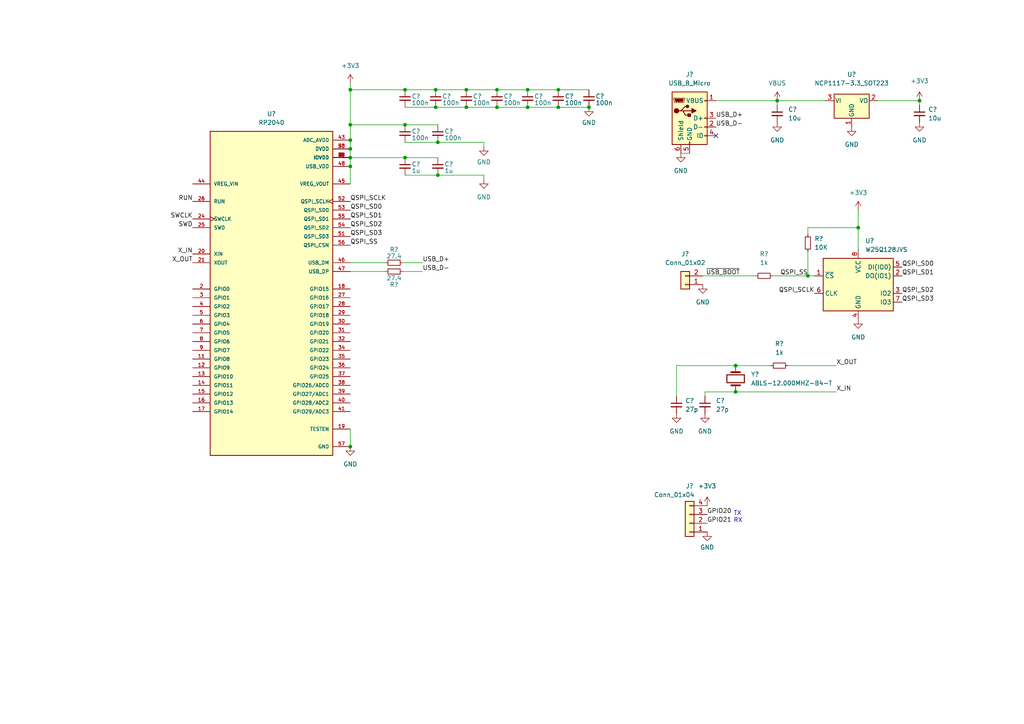
<source format=kicad_sch>
(kicad_sch (version 20211123) (generator eeschema)
  (paper "A4")
  (lib_symbols
    (symbol "Connector:USB_B_Micro" (pin_names (offset 1.016))
      (property "Reference" "J" (at -5.08 11.43 0))
      (property "Value" "USB_B_Micro" (at -5.08 8.89 0))
      (symbol "USB_B_Micro_0_1"
        (rectangle (start -5.08 -7.62) (end 5.08 7.62) (stroke (width 0.254)) (fill (type background)))
        (circle (center -3.81 2.159) (radius 0.635) (stroke (width 0.254)) (fill (type outline)))
        (circle (center -0.635 3.429) (radius 0.381) (stroke (width 0.254)) (fill (type outline)))
        (rectangle (start -0.127 -7.62) (end 0.127 -6.858))
        (polyline (pts (xy -1.905 2.159) (xy 0.635 2.159)) (stroke (width 0.254)))
        (polyline (pts (xy -3.175 2.159) (xy -2.54 2.159) (xy -1.27 3.429) (xy -0.635 3.429)) (stroke (width 0.254)))
        (polyline (pts (xy -2.54 2.159) (xy -1.905 2.159) (xy -1.27 0.889) (xy 0 0.889)) (stroke (width 0.254)))
        (polyline (pts (xy 0.635 2.794) (xy 0.635 1.524) (xy 1.905 2.159) (xy 0.635 2.794)) (stroke (width 0.254)) (fill (type outline)))
        (polyline (pts (xy -4.318 5.588) (xy -1.778 5.588) (xy -2.032 4.826) (xy -4.064 4.826) (xy -4.318 5.588)) (fill (type outline)))
        (polyline (pts (xy -4.699 5.842) (xy -4.699 5.588) (xy -4.445 4.826) (xy -4.445 4.572) (xy -1.651 4.572) (xy -1.651 4.826) (xy -1.397 5.588) (xy -1.397 5.842) (xy -4.699 5.842)))
        (rectangle (start 0.254 1.27) (end -0.508 0.508) (stroke (width 0.254)) (fill (type outline)))
        (rectangle (start 5.08 -5.207) (end 4.318 -4.953))
        (rectangle (start 5.08 -2.667) (end 4.318 -2.413))
        (rectangle (start 5.08 -0.127) (end 4.318 0.127))
        (rectangle (start 5.08 4.953) (end 4.318 5.207))
      )
      (symbol "USB_B_Micro_1_1"
        (pin power_out line (at 7.62 5.08 180) (length 2.54) (name "VBUS") (number "1"))
        (pin bidirectional line (at 7.62 -2.54 180) (length 2.54) (name "D-") (number "2"))
        (pin bidirectional line (at 7.62 0 180) (length 2.54) (name "D+") (number "3"))
        (pin passive line (at 7.62 -5.08 180) (length 2.54) (name "ID") (number "4"))
        (pin power_out line (at 0 -10.16 90) (length 2.54) (name "GND") (number "5"))
        (pin passive line (at -2.54 -10.16 90) (length 2.54) (name "Shield") (number "6"))
      )
    )
    (symbol "Connector_Generic:Conn_01x02" (pin_names (offset 1.016) hide)
      (property "Reference" "J" (at 0 2.54 0))
      (property "Value" "Conn_01x02" (at 0 -5.08 0))
      (symbol "Conn_01x02_1_1"
        (rectangle (start -1.27 -2.413) (end 0 -2.667) (stroke (width 0.1524)))
        (rectangle (start -1.27 0.127) (end 0 -0.127) (stroke (width 0.1524)))
        (rectangle (start -1.27 1.27) (end 1.27 -3.81) (stroke (width 0.254)) (fill (type background)))
        (pin passive line (at -5.08 0 0) (length 3.81) (name "Pin_1") (number "1"))
        (pin passive line (at -5.08 -2.54 0) (length 3.81) (name "Pin_2") (number "2"))
      )
    )
    (symbol "Connector_Generic:Conn_01x04" (pin_names (offset 1.016) hide)
      (property "Reference" "J" (at 0 5.08 0))
      (property "Value" "Conn_01x04" (at 0 -7.62 0))
      (symbol "Conn_01x04_1_1"
        (rectangle (start -1.27 -4.953) (end 0 -5.207) (stroke (width 0.1524)))
        (rectangle (start -1.27 -2.413) (end 0 -2.667) (stroke (width 0.1524)))
        (rectangle (start -1.27 0.127) (end 0 -0.127) (stroke (width 0.1524)))
        (rectangle (start -1.27 2.667) (end 0 2.413) (stroke (width 0.1524)))
        (rectangle (start -1.27 3.81) (end 1.27 -6.35) (stroke (width 0.254)) (fill (type background)))
        (pin passive line (at -5.08 2.54 0) (length 3.81) (name "Pin_1") (number "1"))
        (pin passive line (at -5.08 0 0) (length 3.81) (name "Pin_2") (number "2"))
        (pin passive line (at -5.08 -2.54 0) (length 3.81) (name "Pin_3") (number "3"))
        (pin passive line (at -5.08 -5.08 0) (length 3.81) (name "Pin_4") (number "4"))
      )
    )
    (symbol "Device:C_Small" (pin_numbers hide) (pin_names (offset 0.254) hide)
      (property "Reference" "C" (at 0.254 1.778 0))
      (property "Value" "C_Small" (at 0.254 -2.032 0))
      (symbol "C_Small_0_1"
        (polyline (pts (xy -1.524 -0.508) (xy 1.524 -0.508)) (stroke (width 0.3302)))
        (polyline (pts (xy -1.524 0.508) (xy 1.524 0.508)) (stroke (width 0.3048)))
      )
      (symbol "C_Small_1_1"
        (pin passive line (at 0 2.54 270) (length 2.032) (name "~") (number "1"))
        (pin passive line (at 0 -2.54 90) (length 2.032) (name "~") (number "2"))
      )
    )
    (symbol "Device:Crystal" (pin_numbers hide) (pin_names (offset 1.016) hide)
      (property "Reference" "Y" (at 0 3.81 0))
      (property "Value" "Crystal" (at 0 -3.81 0))
      (symbol "Crystal_0_1"
        (rectangle (start -1.143 2.54) (end 1.143 -2.54) (stroke (width 0.3048)))
        (polyline (pts (xy -2.54 0) (xy -1.905 0)))
        (polyline (pts (xy -1.905 -1.27) (xy -1.905 1.27)) (stroke (width 0.508)))
        (polyline (pts (xy 1.905 -1.27) (xy 1.905 1.27)) (stroke (width 0.508)))
        (polyline (pts (xy 2.54 0) (xy 1.905 0)))
      )
      (symbol "Crystal_1_1"
        (pin passive line (at -3.81 0 0) (length 1.27) (name "1") (number "1"))
        (pin passive line (at 3.81 0 180) (length 1.27) (name "2") (number "2"))
      )
    )
    (symbol "Device:R_Small" (pin_numbers hide) (pin_names (offset 0.254) hide)
      (property "Reference" "R" (at 0.762 0.508 0))
      (property "Value" "R_Small" (at 0.762 -1.016 0))
      (symbol "R_Small_0_1"
        (rectangle (start -0.762 1.778) (end 0.762 -1.778) (stroke (width 0.2032)))
      )
      (symbol "R_Small_1_1"
        (pin passive line (at 0 2.54 270) (length 0.762) (name "~") (number "1"))
        (pin passive line (at 0 -2.54 90) (length 0.762) (name "~") (number "2"))
      )
    )
    (symbol "Memory_Flash:W25Q128JVS"
      (property "Reference" "U" (at -8.89 8.89 0))
      (property "Value" "W25Q128JVS" (at 7.62 8.89 0))
      (symbol "W25Q128JVS_0_1"
        (rectangle (start -10.16 7.62) (end 10.16 -7.62) (stroke (width 0.254)) (fill (type background)))
      )
      (symbol "W25Q128JVS_1_1"
        (pin input line (at -12.7 2.54 0) (length 2.54) (name "~{CS}") (number "1"))
        (pin bidirectional line (at 12.7 2.54 180) (length 2.54) (name "DO(IO1)") (number "2"))
        (pin bidirectional line (at 12.7 -2.54 180) (length 2.54) (name "IO2") (number "3"))
        (pin power_in line (at 0 -10.16 90) (length 2.54) (name "GND") (number "4"))
        (pin bidirectional line (at 12.7 5.08 180) (length 2.54) (name "DI(IO0)") (number "5"))
        (pin input line (at -12.7 -2.54 0) (length 2.54) (name "CLK") (number "6"))
        (pin bidirectional line (at 12.7 -5.08 180) (length 2.54) (name "IO3") (number "7"))
        (pin power_in line (at 0 10.16 270) (length 2.54) (name "VCC") (number "8"))
      )
    )
    (symbol "PolyuRobotics:RP2040" (pin_names (offset 1.016))
      (property "Reference" "U" (at -17.78 50.8 0))
      (property "Value" "RP2040" (at -17.78 -48.26 0))
      (symbol "RP2040_0_0"
        (rectangle (start -17.78 -45.72) (end 17.78 48.26) (stroke (width 0.254)) (fill (type background)))
        (pin power_in line (at 22.86 40.64 180) (length 5.08) (name "IOVDD") (number "1"))
        (pin power_in line (at 22.86 40.64 180) (length 5.08) (name "IOVDD") (number "10"))
        (pin bidirectional line (at -22.86 -17.78 0) (length 5.08) (name "GPIO8") (number "11"))
        (pin bidirectional line (at -22.86 -20.32 0) (length 5.08) (name "GPIO9") (number "12"))
        (pin bidirectional line (at -22.86 -22.86 0) (length 5.08) (name "GPIO10") (number "13"))
        (pin bidirectional line (at -22.86 -25.4 0) (length 5.08) (name "GPIO11") (number "14"))
        (pin bidirectional line (at -22.86 -27.94 0) (length 5.08) (name "GPIO12") (number "15"))
        (pin bidirectional line (at -22.86 -30.48 0) (length 5.08) (name "GPIO13") (number "16"))
        (pin bidirectional line (at -22.86 -33.02 0) (length 5.08) (name "GPIO14") (number "17"))
        (pin bidirectional line (at 22.86 2.54 180) (length 5.08) (name "GPIO15") (number "18"))
        (pin passive line (at 22.86 -38.1 180) (length 5.08) (name "TESTEN") (number "19"))
        (pin bidirectional line (at -22.86 2.54 0) (length 5.08) (name "GPIO0") (number "2"))
        (pin input line (at -22.86 12.7 0) (length 5.08) (name "XIN") (number "20"))
        (pin output line (at -22.86 10.16 0) (length 5.08) (name "XOUT") (number "21"))
        (pin power_in line (at 22.86 40.64 180) (length 5.08) (name "IOVDD") (number "22"))
        (pin power_in line (at 22.86 43.18 180) (length 5.08) (name "DVDD") (number "23"))
        (pin input clock (at -22.86 22.86 0) (length 5.08) (name "SWCLK") (number "24"))
        (pin bidirectional line (at -22.86 20.32 0) (length 5.08) (name "SWD") (number "25"))
        (pin input line (at -22.86 27.94 0) (length 5.08) (name "RUN") (number "26"))
        (pin bidirectional line (at 22.86 0 180) (length 5.08) (name "GPIO16") (number "27"))
        (pin bidirectional line (at 22.86 -2.54 180) (length 5.08) (name "GPIO17") (number "28"))
        (pin bidirectional line (at 22.86 -5.08 180) (length 5.08) (name "GPIO18") (number "29"))
        (pin bidirectional line (at -22.86 0 0) (length 5.08) (name "GPIO1") (number "3"))
        (pin bidirectional line (at 22.86 -7.62 180) (length 5.08) (name "GPIO19") (number "30"))
        (pin bidirectional line (at 22.86 -10.16 180) (length 5.08) (name "GPIO20") (number "31"))
        (pin bidirectional line (at 22.86 -12.7 180) (length 5.08) (name "GPIO21") (number "32"))
        (pin power_in line (at 22.86 40.64 180) (length 5.08) (name "IOVDD") (number "33"))
        (pin bidirectional line (at 22.86 -15.24 180) (length 5.08) (name "GPIO22") (number "34"))
        (pin bidirectional line (at 22.86 -17.78 180) (length 5.08) (name "GPIO23") (number "35"))
        (pin bidirectional line (at 22.86 -20.32 180) (length 5.08) (name "GPIO24") (number "36"))
        (pin bidirectional line (at 22.86 -22.86 180) (length 5.08) (name "GPIO25") (number "37"))
        (pin bidirectional line (at 22.86 -25.4 180) (length 5.08) (name "GPIO26/ADC0") (number "38"))
        (pin bidirectional line (at 22.86 -27.94 180) (length 5.08) (name "GPIO27/ADC1") (number "39"))
        (pin bidirectional line (at -22.86 -2.54 0) (length 5.08) (name "GPIO2") (number "4"))
        (pin bidirectional line (at 22.86 -30.48 180) (length 5.08) (name "GPIO28/ADC2") (number "40"))
        (pin bidirectional line (at 22.86 -33.02 180) (length 5.08) (name "GPIO29/ADC3") (number "41"))
        (pin power_in line (at 22.86 40.64 180) (length 5.08) (name "IOVDD") (number "42"))
        (pin power_in line (at 22.86 45.72 180) (length 5.08) (name "ADC_AVDD") (number "43"))
        (pin input line (at -22.86 33.02 0) (length 5.08) (name "VREG_VIN") (number "44"))
        (pin output line (at 22.86 33.02 180) (length 5.08) (name "VREG_VOUT") (number "45"))
        (pin bidirectional line (at 22.86 10.16 180) (length 5.08) (name "USB_DM") (number "46"))
        (pin bidirectional line (at 22.86 7.62 180) (length 5.08) (name "USB_DP") (number "47"))
        (pin power_in line (at 22.86 38.1 180) (length 5.08) (name "USB_VDD") (number "48"))
        (pin power_in line (at 22.86 40.64 180) (length 5.08) (name "IOVDD") (number "49"))
        (pin bidirectional line (at -22.86 -5.08 0) (length 5.08) (name "GPIO3") (number "5"))
        (pin power_in line (at 22.86 43.18 180) (length 5.08) (name "DVDD") (number "50"))
        (pin bidirectional line (at 22.86 17.78 180) (length 5.08) (name "QSPI_SD3") (number "51"))
        (pin bidirectional clock (at 22.86 27.94 180) (length 5.08) (name "QSPI_SCLK") (number "52"))
        (pin bidirectional line (at 22.86 25.4 180) (length 5.08) (name "QSPI_SD0") (number "53"))
        (pin bidirectional line (at 22.86 20.32 180) (length 5.08) (name "QSPI_SD2") (number "54"))
        (pin bidirectional line (at 22.86 22.86 180) (length 5.08) (name "QSPI_SD1") (number "55"))
        (pin bidirectional line (at 22.86 15.24 180) (length 5.08) (name "QSPI_CSN") (number "56"))
        (pin power_in line (at 22.86 -43.18 180) (length 5.08) (name "GND") (number "57"))
        (pin bidirectional line (at -22.86 -7.62 0) (length 5.08) (name "GPIO4") (number "6"))
        (pin bidirectional line (at -22.86 -10.16 0) (length 5.08) (name "GPIO5") (number "7"))
        (pin bidirectional line (at -22.86 -12.7 0) (length 5.08) (name "GPIO6") (number "8"))
        (pin bidirectional line (at -22.86 -15.24 0) (length 5.08) (name "GPIO7") (number "9"))
      )
    )
    (symbol "Regulator_Linear:NCP1117-3.3_SOT223" (pin_names (offset 0.254))
      (property "Reference" "U" (at -3.81 3.175 0))
      (property "Value" "NCP1117-3.3_SOT223" (at 0 3.175 0))
      (symbol "NCP1117-3.3_SOT223_0_1"
        (rectangle (start -5.08 -5.08) (end 5.08 1.905) (stroke (width 0.254)) (fill (type background)))
      )
      (symbol "NCP1117-3.3_SOT223_1_1"
        (pin power_in line (at 0 -7.62 90) (length 2.54) (name "GND") (number "1"))
        (pin power_out line (at 7.62 0 180) (length 2.54) (name "VO") (number "2"))
        (pin power_in line (at -7.62 0 0) (length 2.54) (name "VI") (number "3"))
      )
    )
    (symbol "power:+3.3V" (power) (pin_names (offset 0))
      (property "Value" "+3.3V" (at 0 3.556 0))
      (symbol "+3.3V_0_1"
        (polyline (pts (xy -0.762 1.27) (xy 0 2.54)))
        (polyline (pts (xy 0 0) (xy 0 2.54)))
        (polyline (pts (xy 0 2.54) (xy 0.762 1.27)))
      )
      (symbol "+3.3V_1_1"
        (pin power_in line (at 0 0 90) (length 0) hide (name "+3V3") (number "1"))
      )
    )
    (symbol "power:GND" (power) (pin_names (offset 0))
      (property "Value" "GND" (at 0 -3.81 0))
      (symbol "GND_0_1"
        (polyline (pts (xy 0 0) (xy 0 -1.27) (xy 1.27 -1.27) (xy 0 -2.54) (xy -1.27 -1.27) (xy 0 -1.27)))
      )
      (symbol "GND_1_1"
        (pin power_in line (at 0 0 270) (length 0) hide (name "GND") (number "1"))
      )
    )
    (symbol "power:VBUS" (power) (pin_names (offset 0))
      (property "Value" "VBUS" (at 0 3.81 0))
      (symbol "VBUS_0_1"
        (polyline (pts (xy -0.762 1.27) (xy 0 2.54)))
        (polyline (pts (xy 0 0) (xy 0 2.54)))
        (polyline (pts (xy 0 2.54) (xy 0.762 1.27)))
      )
      (symbol "VBUS_1_1"
        (pin power_in line (at 0 0 90) (length 0) hide (name "VBUS") (number "1"))
      )
    )
  )
  (junction (at 101.6 45.72))
  (junction (at 153.035 26.035))
  (junction (at 144.145 31.115))
  (junction (at 101.6 26.035))
  (junction (at 135.255 26.035))
  (junction (at 234.315 80.01))
  (junction (at 266.7 29.21))
  (junction (at 161.925 26.035))
  (junction (at 101.6 129.54))
  (junction (at 117.475 45.72))
  (junction (at 135.255 31.115))
  (junction (at 248.92 66.04))
  (junction (at 101.6 36.195))
  (junction (at 127 50.8))
  (junction (at 213.36 113.665))
  (junction (at 101.6 48.26))
  (junction (at 153.035 31.115))
  (junction (at 126.365 31.115))
  (junction (at 101.6 40.64))
  (junction (at 117.475 26.035))
  (junction (at 161.925 31.115))
  (junction (at 101.6 43.18))
  (junction (at 170.815 31.115))
  (junction (at 127 41.275))
  (junction (at 126.365 26.035))
  (junction (at 225.425 29.21))
  (junction (at 144.145 26.035))
  (junction (at 213.36 106.045))
  (junction (at 117.475 36.195))
  (no_connect (at 207.645 39.37))
  (wire (pts (xy 144.145 26.035) (xy 153.035 26.035)))
  (wire (pts (xy 196.215 106.045) (xy 213.36 106.045)))
  (wire (pts (xy 228.6 106.045) (xy 242.57 106.045)))
  (wire (pts (xy 144.145 31.115) (xy 153.035 31.115)))
  (wire (pts (xy 161.925 31.115) (xy 170.815 31.115)))
  (wire (pts (xy 126.365 26.035) (xy 135.255 26.035)))
  (wire (pts (xy 196.215 114.935) (xy 196.215 106.045)))
  (wire (pts (xy 117.475 41.275) (xy 127 41.275)))
  (wire (pts (xy 153.035 26.035) (xy 161.925 26.035)))
  (wire (pts (xy 254.635 29.21) (xy 266.7 29.21)))
  (wire (pts (xy 203.835 80.01) (xy 219.075 80.01)))
  (wire (pts (xy 248.92 60.96) (xy 248.92 66.04)))
  (wire (pts (xy 140.335 42.545) (xy 140.335 41.275)))
  (wire (pts (xy 101.6 36.195) (xy 117.475 36.195)))
  (wire (pts (xy 234.315 80.01) (xy 236.22 80.01)))
  (wire (pts (xy 101.6 24.13) (xy 101.6 26.035)))
  (wire (pts (xy 234.315 73.025) (xy 234.315 80.01)))
  (wire (pts (xy 225.425 29.21) (xy 225.425 30.48)))
  (wire (pts (xy 225.425 29.21) (xy 239.395 29.21)))
  (wire (pts (xy 204.47 114.935) (xy 204.47 113.665)))
  (wire (pts (xy 101.6 124.46) (xy 101.6 129.54)))
  (wire (pts (xy 101.6 78.74) (xy 111.76 78.74)))
  (wire (pts (xy 101.6 26.035) (xy 117.475 26.035)))
  (wire (pts (xy 126.365 31.115) (xy 135.255 31.115)))
  (wire (pts (xy 127 41.275) (xy 140.335 41.275)))
  (wire (pts (xy 117.475 31.115) (xy 126.365 31.115)))
  (wire (pts (xy 101.6 26.035) (xy 101.6 36.195)))
  (wire (pts (xy 207.645 29.21) (xy 225.425 29.21)))
  (wire (pts (xy 101.6 48.26) (xy 101.6 53.34)))
  (wire (pts (xy 117.475 45.72) (xy 127 45.72)))
  (wire (pts (xy 117.475 50.8) (xy 127 50.8)))
  (wire (pts (xy 153.035 31.115) (xy 161.925 31.115)))
  (wire (pts (xy 117.475 26.035) (xy 126.365 26.035)))
  (wire (pts (xy 101.6 43.18) (xy 101.6 45.72)))
  (wire (pts (xy 266.7 29.21) (xy 266.7 30.48)))
  (wire (pts (xy 101.6 45.72) (xy 117.475 45.72)))
  (wire (pts (xy 117.475 36.195) (xy 127 36.195)))
  (wire (pts (xy 116.84 78.74) (xy 122.555 78.74)))
  (wire (pts (xy 101.6 45.72) (xy 101.6 48.26)))
  (wire (pts (xy 135.255 31.115) (xy 144.145 31.115)))
  (wire (pts (xy 224.155 80.01) (xy 234.315 80.01)))
  (wire (pts (xy 101.6 76.2) (xy 111.76 76.2)))
  (wire (pts (xy 161.925 26.035) (xy 170.815 26.035)))
  (wire (pts (xy 234.315 66.04) (xy 248.92 66.04)))
  (wire (pts (xy 101.6 40.64) (xy 101.6 43.18)))
  (wire (pts (xy 127 50.8) (xy 140.335 50.8)))
  (wire (pts (xy 213.36 113.665) (xy 242.57 113.665)))
  (wire (pts (xy 116.84 76.2) (xy 122.555 76.2)))
  (wire (pts (xy 248.92 66.04) (xy 248.92 72.39)))
  (wire (pts (xy 204.47 113.665) (xy 213.36 113.665)))
  (wire (pts (xy 197.485 44.45) (xy 200.025 44.45)))
  (wire (pts (xy 101.6 36.195) (xy 101.6 40.64)))
  (wire (pts (xy 213.36 106.045) (xy 223.52 106.045)))
  (wire (pts (xy 135.255 26.035) (xy 144.145 26.035)))
  (wire (pts (xy 234.315 67.945) (xy 234.315 66.04)))
  (wire (pts (xy 140.335 50.8) (xy 140.335 52.07)))
  (text "TX\nRX\n" (at 212.725 151.765 0) (effects (font (size 1.27 1.27)) (justify left bottom)))
  (label "SWD" (at 55.88 66.04 180))
  (label "X_IN" (at 55.88 73.66 180))
  (label "X_IN" (at 242.57 113.665 0))
  (label "QSPI_SCLK" (at 236.22 85.09 180))
  (label "RUN" (at 55.88 58.42 180))
  (label "USB_D+" (at 207.645 34.29 0))
  (label "GPIO21" (at 205.105 151.765 0))
  (label "QSPI_SD2" (at 261.62 85.09 0))
  (label "USB_D-" (at 207.645 36.83 0))
  (label "QSPI_SD3" (at 261.62 87.63 0))
  (label "GPIO20" (at 205.105 149.225 0))
  (label "QSPI_SCLK" (at 101.6 58.42 0))
  (label "X_OUT" (at 55.88 76.2 180))
  (label "QSPI_SD1" (at 261.62 80.01 0))
  (label "QSPI_SD0" (at 261.62 77.47 0))
  (label "QSPI_SS" (at 234.315 80.01 180))
  (label "QSPI_SD0" (at 101.6 60.96 0))
  (label "USB_D+" (at 122.555 76.2 0))
  (label "USB_D-" (at 122.555 78.74 0))
  (label "QSPI_SD1" (at 101.6 63.5 0))
  (label "QSPI_SD3" (at 101.6 68.58 0))
  (label "SWCLK" (at 55.88 63.5 180))
  (label "QSPI_SD2" (at 101.6 66.04 0))
  (label "QSPI_SS" (at 101.6 71.12 0))
  (label "~{USB_BOOT}" (at 214.63 80.01 180))
  (label "X_OUT" (at 242.57 106.045 0))
  (symbol (lib_id "power:+3.3V") (at 101.6 24.13 0) (unit 1)
    (property "Reference" "#PWR?" (effects hide))
    (property "Value" "+3.3V" (at 101.6 19.05 0))
  )
  (symbol (lib_id "Device:C_Small") (at 117.475 48.26 0) (unit 1)
    (property "Reference" "C?" (at 119.38 47.625 0) (effects (justify left)))
    (property "Value" "1u" (at 119.38 49.53 0) (effects (justify left)))
  )
  (symbol (lib_id "Device:C_Small") (at 196.215 117.475 0) (unit 1)
    (property "Reference" "C?" (at 198.755 116.2112 0) (effects (justify left)))
    (property "Value" "27p" (at 198.755 118.7512 0) (effects (justify left)))
  )
  (symbol (lib_id "Device:C_Small") (at 204.47 117.475 0) (unit 1)
    (property "Reference" "C?" (at 207.645 116.2112 0) (effects (justify left)))
    (property "Value" "27p" (at 207.645 118.7512 0) (effects (justify left)))
  )
  (symbol (lib_id "Device:R_Small") (at 114.3 76.2 90) (unit 1)
    (property "Reference" "R?" (at 114.3 72.39 90))
    (property "Value" "27.4" (at 114.3 74.295 90))
  )
  (symbol (lib_id "Device:C_Small") (at 127 38.735 0) (unit 1)
    (property "Reference" "C?" (at 128.905 38.1 0) (effects (justify left)))
    (property "Value" "100n" (at 128.905 40.005 0) (effects (justify left)))
  )
  (symbol (lib_id "power:GND") (at 248.92 92.71 0) (unit 1)
    (property "Reference" "#PWR?" (effects hide))
    (property "Value" "GND" (at 248.92 97.79 0))
  )
  (symbol (lib_id "Device:C_Small") (at 153.035 28.575 0) (unit 1)
    (property "Reference" "C?" (at 154.94 27.94 0) (effects (justify left)))
    (property "Value" "100n" (at 154.94 29.845 0) (effects (justify left)))
  )
  (symbol (lib_id "power:GND") (at 205.105 154.305 0) (unit 1)
    (property "Reference" "#PWR?" (effects hide))
    (property "Value" "GND" (at 205.105 158.75 0))
  )
  (symbol (lib_id "power:VBUS") (at 225.425 29.21 0) (unit 1)
    (property "Reference" "#PWR?" (effects hide))
    (property "Value" "VBUS" (at 225.425 24.13 0))
  )
  (symbol (lib_id "Device:C_Small") (at 161.925 28.575 0) (unit 1)
    (property "Reference" "C?" (at 163.83 27.94 0) (effects (justify left)))
    (property "Value" "100n" (at 163.83 29.845 0) (effects (justify left)))
  )
  (symbol (lib_id "Device:C_Small") (at 144.145 28.575 0) (unit 1)
    (property "Reference" "C?" (at 146.05 27.94 0) (effects (justify left)))
    (property "Value" "100n" (at 146.05 29.845 0) (effects (justify left)))
  )
  (symbol (lib_id "power:GND") (at 140.335 42.545 0) (unit 1)
    (property "Reference" "#PWR?" (effects hide))
    (property "Value" "GND" (at 140.335 46.99 0))
  )
  (symbol (lib_id "power:GND") (at 225.425 35.56 0) (unit 1)
    (property "Reference" "#PWR?" (effects hide))
    (property "Value" "GND" (at 225.425 40.64 0))
  )
  (symbol (lib_id "Device:R_Small") (at 226.06 106.045 90) (unit 1)
    (property "Reference" "R?" (at 226.06 99.695 90))
    (property "Value" "1k" (at 226.06 102.235 90))
  )
  (symbol (lib_id "Device:C_Small") (at 127 48.26 0) (unit 1)
    (property "Reference" "C?" (at 128.905 47.625 0) (effects (justify left)))
    (property "Value" "1u" (at 128.905 49.53 0) (effects (justify left)))
  )
  (symbol (lib_id "power:GND") (at 247.015 36.83 0) (unit 1)
    (property "Reference" "#PWR?" (effects hide))
    (property "Value" "GND" (at 247.015 41.91 0))
  )
  (symbol (lib_id "Device:Crystal") (at 213.36 109.855 90) (unit 1)
    (property "Reference" "Y?" (at 217.805 108.5849 90) (effects (justify right)))
    (property "Value" "ABLS-12.000MHZ-B4-T" (at 217.805 111.1249 90) (effects (justify right)))
  )
  (symbol (lib_id "PolyuRobotics:RP2040") (at 78.74 86.36 0) (unit 1)
    (property "Reference" "U?" (at 78.74 33.02 0))
    (property "Value" "RP2040" (at 78.74 35.56 0))
    (property "Footprint" "PolyuRobotics:QFN40P700X700X90-57N" (effects hide))
    (property "STANDARD" "IPC 7351B" (effects hide))
    (property "MANUFACTURER" "Raspberry Pi" (effects hide))
    (property "PARTREV" "1.6.1" (effects hide))
    (property "MAXIMUM_PACKAGE_HEIGHT" "0.9 mm" (effects hide))
  )
  (symbol (lib_id "power:GND") (at 197.485 44.45 0) (unit 1)
    (property "Reference" "#PWR?" (effects hide))
    (property "Value" "GND" (at 197.485 49.53 0))
  )
  (symbol (lib_id "Device:C_Small") (at 170.815 28.575 0) (unit 1)
    (property "Reference" "C?" (at 172.72 27.94 0) (effects (justify left)))
    (property "Value" "100n" (at 172.72 29.845 0) (effects (justify left)))
  )
  (symbol (lib_id "power:GND") (at 101.6 129.54 0) (unit 1)
    (property "Reference" "#PWR?" (effects hide))
    (property "Value" "GND" (at 101.6 134.62 0))
  )
  (symbol (lib_id "Device:C_Small") (at 126.365 28.575 0) (unit 1)
    (property "Reference" "C?" (at 128.27 27.94 0) (effects (justify left)))
    (property "Value" "100n" (at 128.27 29.845 0) (effects (justify left)))
  )
  (symbol (lib_id "Device:R_Small") (at 234.315 70.485 0) (unit 1)
    (property "Reference" "R?" (at 236.22 69.2149 0) (effects (justify left)))
    (property "Value" "10K" (at 236.22 71.7549 0) (effects (justify left)))
  )
  (symbol (lib_id "Regulator_Linear:NCP1117-3.3_SOT223") (at 247.015 29.21 0) (unit 1)
    (property "Reference" "U?" (at 247.015 21.59 0))
    (property "Value" "NCP1117-3.3_SOT223" (at 247.015 24.13 0))
    (property "Footprint" "Package_TO_SOT_SMD:SOT-223-3_TabPin2" (effects hide))
    (property "Datasheet" "http://www.onsemi.com/pub_link/Collateral/NCP1117-D.PDF" (effects hide))
  )
  (symbol (lib_id "power:+3.3V") (at 266.7 29.21 0) (unit 1)
    (property "Reference" "#PWR?" (effects hide))
    (property "Value" "+3.3V" (at 266.7 23.495 0))
  )
  (symbol (lib_id "power:GND") (at 140.335 52.07 0) (unit 1)
    (property "Reference" "#PWR?" (effects hide))
    (property "Value" "GND" (at 140.335 57.15 0))
  )
  (symbol (lib_id "Device:C_Small") (at 225.425 33.02 0) (unit 1)
    (property "Reference" "C?" (at 228.6 31.7562 0) (effects (justify left)))
    (property "Value" "10u" (at 228.6 34.2962 0) (effects (justify left)))
  )
  (symbol (lib_id "Connector_Generic:Conn_01x02") (at 198.755 82.55 180) (unit 1)
    (property "Reference" "J?" (at 198.755 73.66 0))
    (property "Value" "Conn_01x02" (at 198.755 76.2 0))
  )
  (symbol (lib_id "Device:C_Small") (at 266.7 33.02 0) (unit 1)
    (property "Reference" "C?" (at 269.24 31.7562 0) (effects (justify left)))
    (property "Value" "10u" (at 269.24 34.2962 0) (effects (justify left)))
  )
  (symbol (lib_id "Device:C_Small") (at 117.475 28.575 0) (unit 1)
    (property "Reference" "C?" (at 119.38 27.94 0) (effects (justify left)))
    (property "Value" "100n" (at 119.38 29.845 0) (effects (justify left)))
  )
  (symbol (lib_id "Device:C_Small") (at 117.475 38.735 0) (unit 1)
    (property "Reference" "C?" (at 119.38 38.1 0) (effects (justify left)))
    (property "Value" "100n" (at 119.38 40.005 0) (effects (justify left)))
  )
  (symbol (lib_id "power:GND") (at 203.835 82.55 0) (unit 1)
    (property "Reference" "#PWR?" (effects hide))
    (property "Value" "GND" (at 203.835 87.63 0))
  )
  (symbol (lib_id "power:GND") (at 266.7 35.56 0) (unit 1)
    (property "Reference" "#PWR?" (effects hide))
    (property "Value" "GND" (at 266.7 40.64 0))
  )
  (symbol (lib_id "power:+3.3V") (at 205.105 146.685 0) (unit 1)
    (property "Reference" "#PWR?" (effects hide))
    (property "Value" "+3.3V" (at 205.105 140.97 0))
  )
  (symbol (lib_id "Memory_Flash:W25Q128JVS") (at 248.92 82.55 0) (unit 1)
    (property "Reference" "U?" (at 250.9394 69.85 0) (effects (justify left)))
    (property "Value" "W25Q128JVS" (at 250.9394 72.39 0) (effects (justify left)))
    (property "Footprint" "Package_SO:SOIC-8_5.23x5.23mm_P1.27mm" (effects hide))
    (property "Datasheet" "http://www.winbond.com/resource-files/w25q128jv_dtr%20revc%2003272018%20plus.pdf" (effects hide))
  )
  (symbol (lib_id "Connector:USB_B_Micro") (at 200.025 34.29 0) (unit 1)
    (property "Reference" "J?" (at 200.025 21.59 0))
    (property "Value" "USB_B_Micro" (at 200.025 24.13 0))
  )
  (symbol (lib_id "power:GND") (at 204.47 120.015 0) (unit 1)
    (property "Reference" "#PWR?" (effects hide))
    (property "Value" "GND" (at 204.47 125.095 0))
  )
  (symbol (lib_id "Device:R_Small") (at 114.3 78.74 90) (unit 1)
    (property "Reference" "R?" (at 114.3 82.55 90))
    (property "Value" "27.4" (at 114.3 80.645 90))
  )
  (symbol (lib_id "Device:R_Small") (at 221.615 80.01 90) (unit 1)
    (property "Reference" "R?" (at 221.615 73.66 90))
    (property "Value" "1k" (at 221.615 76.2 90))
  )
  (symbol (lib_id "power:GND") (at 196.215 120.015 0) (unit 1)
    (property "Reference" "#PWR?" (effects hide))
    (property "Value" "GND" (at 196.215 125.095 0))
  )
  (symbol (lib_id "power:GND") (at 170.815 31.115 0) (unit 1)
    (property "Reference" "#PWR?" (effects hide))
    (property "Value" "GND" (at 170.815 35.56 0))
  )
  (symbol (lib_id "power:+3.3V") (at 248.92 60.96 0) (unit 1)
    (property "Reference" "#PWR?" (effects hide))
    (property "Value" "+3.3V" (at 248.92 55.88 0))
  )
  (symbol (lib_id "Device:C_Small") (at 135.255 28.575 0) (unit 1)
    (property "Reference" "C?" (at 137.16 27.94 0) (effects (justify left)))
    (property "Value" "100n" (at 137.16 29.845 0) (effects (justify left)))
  )
  (symbol (lib_id "Connector_Generic:Conn_01x04") (at 200.025 151.765 180) (unit 1)
    (property "Reference" "J?" (at 200.025 140.97 0))
    (property "Value" "Conn_01x04" (at 195.58 143.51 0))
  )
)
</source>
